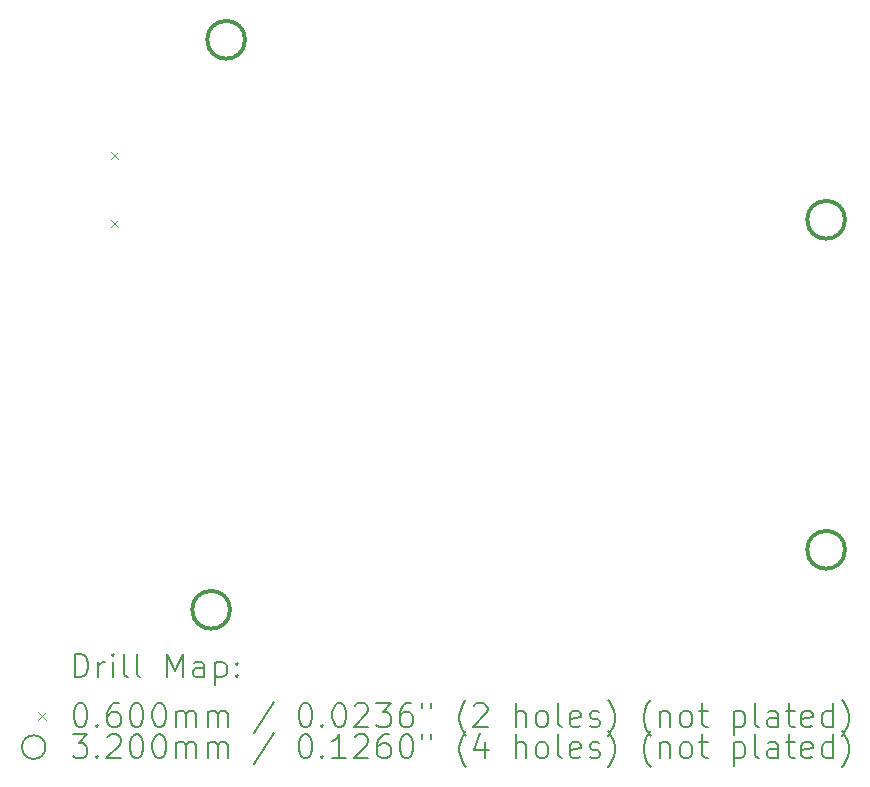
<source format=gbr>
%TF.GenerationSoftware,KiCad,Pcbnew,7.0.1*%
%TF.CreationDate,2023-08-18T21:24:32+01:00*%
%TF.ProjectId,101 PCB,31303120-5043-4422-9e6b-696361645f70,rev?*%
%TF.SameCoordinates,Original*%
%TF.FileFunction,Drillmap*%
%TF.FilePolarity,Positive*%
%FSLAX45Y45*%
G04 Gerber Fmt 4.5, Leading zero omitted, Abs format (unit mm)*
G04 Created by KiCad (PCBNEW 7.0.1) date 2023-08-18 21:24:32*
%MOMM*%
%LPD*%
G01*
G04 APERTURE LIST*
%ADD10C,0.200000*%
%ADD11C,0.060000*%
%ADD12C,0.320000*%
G04 APERTURE END LIST*
D10*
D11*
X11318000Y-7451000D02*
X11378000Y-7511000D01*
X11378000Y-7451000D02*
X11318000Y-7511000D01*
X11318000Y-8029000D02*
X11378000Y-8089000D01*
X11378000Y-8029000D02*
X11318000Y-8089000D01*
D12*
X12323000Y-11326000D02*
G75*
G03*
X12323000Y-11326000I-160000J0D01*
G01*
X12450000Y-6500000D02*
G75*
G03*
X12450000Y-6500000I-160000J0D01*
G01*
X17530000Y-8024000D02*
G75*
G03*
X17530000Y-8024000I-160000J0D01*
G01*
X17530000Y-10818000D02*
G75*
G03*
X17530000Y-10818000I-160000J0D01*
G01*
D10*
X11008619Y-11897524D02*
X11008619Y-11697524D01*
X11008619Y-11697524D02*
X11056238Y-11697524D01*
X11056238Y-11697524D02*
X11084810Y-11707048D01*
X11084810Y-11707048D02*
X11103857Y-11726095D01*
X11103857Y-11726095D02*
X11113381Y-11745143D01*
X11113381Y-11745143D02*
X11122905Y-11783238D01*
X11122905Y-11783238D02*
X11122905Y-11811809D01*
X11122905Y-11811809D02*
X11113381Y-11849905D01*
X11113381Y-11849905D02*
X11103857Y-11868952D01*
X11103857Y-11868952D02*
X11084810Y-11888000D01*
X11084810Y-11888000D02*
X11056238Y-11897524D01*
X11056238Y-11897524D02*
X11008619Y-11897524D01*
X11208619Y-11897524D02*
X11208619Y-11764190D01*
X11208619Y-11802286D02*
X11218143Y-11783238D01*
X11218143Y-11783238D02*
X11227667Y-11773714D01*
X11227667Y-11773714D02*
X11246714Y-11764190D01*
X11246714Y-11764190D02*
X11265762Y-11764190D01*
X11332428Y-11897524D02*
X11332428Y-11764190D01*
X11332428Y-11697524D02*
X11322905Y-11707048D01*
X11322905Y-11707048D02*
X11332428Y-11716571D01*
X11332428Y-11716571D02*
X11341952Y-11707048D01*
X11341952Y-11707048D02*
X11332428Y-11697524D01*
X11332428Y-11697524D02*
X11332428Y-11716571D01*
X11456238Y-11897524D02*
X11437190Y-11888000D01*
X11437190Y-11888000D02*
X11427667Y-11868952D01*
X11427667Y-11868952D02*
X11427667Y-11697524D01*
X11561000Y-11897524D02*
X11541952Y-11888000D01*
X11541952Y-11888000D02*
X11532428Y-11868952D01*
X11532428Y-11868952D02*
X11532428Y-11697524D01*
X11789571Y-11897524D02*
X11789571Y-11697524D01*
X11789571Y-11697524D02*
X11856238Y-11840381D01*
X11856238Y-11840381D02*
X11922905Y-11697524D01*
X11922905Y-11697524D02*
X11922905Y-11897524D01*
X12103857Y-11897524D02*
X12103857Y-11792762D01*
X12103857Y-11792762D02*
X12094333Y-11773714D01*
X12094333Y-11773714D02*
X12075286Y-11764190D01*
X12075286Y-11764190D02*
X12037190Y-11764190D01*
X12037190Y-11764190D02*
X12018143Y-11773714D01*
X12103857Y-11888000D02*
X12084809Y-11897524D01*
X12084809Y-11897524D02*
X12037190Y-11897524D01*
X12037190Y-11897524D02*
X12018143Y-11888000D01*
X12018143Y-11888000D02*
X12008619Y-11868952D01*
X12008619Y-11868952D02*
X12008619Y-11849905D01*
X12008619Y-11849905D02*
X12018143Y-11830857D01*
X12018143Y-11830857D02*
X12037190Y-11821333D01*
X12037190Y-11821333D02*
X12084809Y-11821333D01*
X12084809Y-11821333D02*
X12103857Y-11811809D01*
X12199095Y-11764190D02*
X12199095Y-11964190D01*
X12199095Y-11773714D02*
X12218143Y-11764190D01*
X12218143Y-11764190D02*
X12256238Y-11764190D01*
X12256238Y-11764190D02*
X12275286Y-11773714D01*
X12275286Y-11773714D02*
X12284809Y-11783238D01*
X12284809Y-11783238D02*
X12294333Y-11802286D01*
X12294333Y-11802286D02*
X12294333Y-11859428D01*
X12294333Y-11859428D02*
X12284809Y-11878476D01*
X12284809Y-11878476D02*
X12275286Y-11888000D01*
X12275286Y-11888000D02*
X12256238Y-11897524D01*
X12256238Y-11897524D02*
X12218143Y-11897524D01*
X12218143Y-11897524D02*
X12199095Y-11888000D01*
X12380048Y-11878476D02*
X12389571Y-11888000D01*
X12389571Y-11888000D02*
X12380048Y-11897524D01*
X12380048Y-11897524D02*
X12370524Y-11888000D01*
X12370524Y-11888000D02*
X12380048Y-11878476D01*
X12380048Y-11878476D02*
X12380048Y-11897524D01*
X12380048Y-11773714D02*
X12389571Y-11783238D01*
X12389571Y-11783238D02*
X12380048Y-11792762D01*
X12380048Y-11792762D02*
X12370524Y-11783238D01*
X12370524Y-11783238D02*
X12380048Y-11773714D01*
X12380048Y-11773714D02*
X12380048Y-11792762D01*
D11*
X10701000Y-12195000D02*
X10761000Y-12255000D01*
X10761000Y-12195000D02*
X10701000Y-12255000D01*
D10*
X11046714Y-12117524D02*
X11065762Y-12117524D01*
X11065762Y-12117524D02*
X11084810Y-12127048D01*
X11084810Y-12127048D02*
X11094333Y-12136571D01*
X11094333Y-12136571D02*
X11103857Y-12155619D01*
X11103857Y-12155619D02*
X11113381Y-12193714D01*
X11113381Y-12193714D02*
X11113381Y-12241333D01*
X11113381Y-12241333D02*
X11103857Y-12279428D01*
X11103857Y-12279428D02*
X11094333Y-12298476D01*
X11094333Y-12298476D02*
X11084810Y-12308000D01*
X11084810Y-12308000D02*
X11065762Y-12317524D01*
X11065762Y-12317524D02*
X11046714Y-12317524D01*
X11046714Y-12317524D02*
X11027667Y-12308000D01*
X11027667Y-12308000D02*
X11018143Y-12298476D01*
X11018143Y-12298476D02*
X11008619Y-12279428D01*
X11008619Y-12279428D02*
X10999095Y-12241333D01*
X10999095Y-12241333D02*
X10999095Y-12193714D01*
X10999095Y-12193714D02*
X11008619Y-12155619D01*
X11008619Y-12155619D02*
X11018143Y-12136571D01*
X11018143Y-12136571D02*
X11027667Y-12127048D01*
X11027667Y-12127048D02*
X11046714Y-12117524D01*
X11199095Y-12298476D02*
X11208619Y-12308000D01*
X11208619Y-12308000D02*
X11199095Y-12317524D01*
X11199095Y-12317524D02*
X11189571Y-12308000D01*
X11189571Y-12308000D02*
X11199095Y-12298476D01*
X11199095Y-12298476D02*
X11199095Y-12317524D01*
X11380048Y-12117524D02*
X11341952Y-12117524D01*
X11341952Y-12117524D02*
X11322905Y-12127048D01*
X11322905Y-12127048D02*
X11313381Y-12136571D01*
X11313381Y-12136571D02*
X11294333Y-12165143D01*
X11294333Y-12165143D02*
X11284809Y-12203238D01*
X11284809Y-12203238D02*
X11284809Y-12279428D01*
X11284809Y-12279428D02*
X11294333Y-12298476D01*
X11294333Y-12298476D02*
X11303857Y-12308000D01*
X11303857Y-12308000D02*
X11322905Y-12317524D01*
X11322905Y-12317524D02*
X11361000Y-12317524D01*
X11361000Y-12317524D02*
X11380048Y-12308000D01*
X11380048Y-12308000D02*
X11389571Y-12298476D01*
X11389571Y-12298476D02*
X11399095Y-12279428D01*
X11399095Y-12279428D02*
X11399095Y-12231809D01*
X11399095Y-12231809D02*
X11389571Y-12212762D01*
X11389571Y-12212762D02*
X11380048Y-12203238D01*
X11380048Y-12203238D02*
X11361000Y-12193714D01*
X11361000Y-12193714D02*
X11322905Y-12193714D01*
X11322905Y-12193714D02*
X11303857Y-12203238D01*
X11303857Y-12203238D02*
X11294333Y-12212762D01*
X11294333Y-12212762D02*
X11284809Y-12231809D01*
X11522905Y-12117524D02*
X11541952Y-12117524D01*
X11541952Y-12117524D02*
X11561000Y-12127048D01*
X11561000Y-12127048D02*
X11570524Y-12136571D01*
X11570524Y-12136571D02*
X11580048Y-12155619D01*
X11580048Y-12155619D02*
X11589571Y-12193714D01*
X11589571Y-12193714D02*
X11589571Y-12241333D01*
X11589571Y-12241333D02*
X11580048Y-12279428D01*
X11580048Y-12279428D02*
X11570524Y-12298476D01*
X11570524Y-12298476D02*
X11561000Y-12308000D01*
X11561000Y-12308000D02*
X11541952Y-12317524D01*
X11541952Y-12317524D02*
X11522905Y-12317524D01*
X11522905Y-12317524D02*
X11503857Y-12308000D01*
X11503857Y-12308000D02*
X11494333Y-12298476D01*
X11494333Y-12298476D02*
X11484809Y-12279428D01*
X11484809Y-12279428D02*
X11475286Y-12241333D01*
X11475286Y-12241333D02*
X11475286Y-12193714D01*
X11475286Y-12193714D02*
X11484809Y-12155619D01*
X11484809Y-12155619D02*
X11494333Y-12136571D01*
X11494333Y-12136571D02*
X11503857Y-12127048D01*
X11503857Y-12127048D02*
X11522905Y-12117524D01*
X11713381Y-12117524D02*
X11732429Y-12117524D01*
X11732429Y-12117524D02*
X11751476Y-12127048D01*
X11751476Y-12127048D02*
X11761000Y-12136571D01*
X11761000Y-12136571D02*
X11770524Y-12155619D01*
X11770524Y-12155619D02*
X11780048Y-12193714D01*
X11780048Y-12193714D02*
X11780048Y-12241333D01*
X11780048Y-12241333D02*
X11770524Y-12279428D01*
X11770524Y-12279428D02*
X11761000Y-12298476D01*
X11761000Y-12298476D02*
X11751476Y-12308000D01*
X11751476Y-12308000D02*
X11732429Y-12317524D01*
X11732429Y-12317524D02*
X11713381Y-12317524D01*
X11713381Y-12317524D02*
X11694333Y-12308000D01*
X11694333Y-12308000D02*
X11684809Y-12298476D01*
X11684809Y-12298476D02*
X11675286Y-12279428D01*
X11675286Y-12279428D02*
X11665762Y-12241333D01*
X11665762Y-12241333D02*
X11665762Y-12193714D01*
X11665762Y-12193714D02*
X11675286Y-12155619D01*
X11675286Y-12155619D02*
X11684809Y-12136571D01*
X11684809Y-12136571D02*
X11694333Y-12127048D01*
X11694333Y-12127048D02*
X11713381Y-12117524D01*
X11865762Y-12317524D02*
X11865762Y-12184190D01*
X11865762Y-12203238D02*
X11875286Y-12193714D01*
X11875286Y-12193714D02*
X11894333Y-12184190D01*
X11894333Y-12184190D02*
X11922905Y-12184190D01*
X11922905Y-12184190D02*
X11941952Y-12193714D01*
X11941952Y-12193714D02*
X11951476Y-12212762D01*
X11951476Y-12212762D02*
X11951476Y-12317524D01*
X11951476Y-12212762D02*
X11961000Y-12193714D01*
X11961000Y-12193714D02*
X11980048Y-12184190D01*
X11980048Y-12184190D02*
X12008619Y-12184190D01*
X12008619Y-12184190D02*
X12027667Y-12193714D01*
X12027667Y-12193714D02*
X12037190Y-12212762D01*
X12037190Y-12212762D02*
X12037190Y-12317524D01*
X12132429Y-12317524D02*
X12132429Y-12184190D01*
X12132429Y-12203238D02*
X12141952Y-12193714D01*
X12141952Y-12193714D02*
X12161000Y-12184190D01*
X12161000Y-12184190D02*
X12189571Y-12184190D01*
X12189571Y-12184190D02*
X12208619Y-12193714D01*
X12208619Y-12193714D02*
X12218143Y-12212762D01*
X12218143Y-12212762D02*
X12218143Y-12317524D01*
X12218143Y-12212762D02*
X12227667Y-12193714D01*
X12227667Y-12193714D02*
X12246714Y-12184190D01*
X12246714Y-12184190D02*
X12275286Y-12184190D01*
X12275286Y-12184190D02*
X12294333Y-12193714D01*
X12294333Y-12193714D02*
X12303857Y-12212762D01*
X12303857Y-12212762D02*
X12303857Y-12317524D01*
X12694333Y-12108000D02*
X12522905Y-12365143D01*
X12951476Y-12117524D02*
X12970524Y-12117524D01*
X12970524Y-12117524D02*
X12989572Y-12127048D01*
X12989572Y-12127048D02*
X12999095Y-12136571D01*
X12999095Y-12136571D02*
X13008619Y-12155619D01*
X13008619Y-12155619D02*
X13018143Y-12193714D01*
X13018143Y-12193714D02*
X13018143Y-12241333D01*
X13018143Y-12241333D02*
X13008619Y-12279428D01*
X13008619Y-12279428D02*
X12999095Y-12298476D01*
X12999095Y-12298476D02*
X12989572Y-12308000D01*
X12989572Y-12308000D02*
X12970524Y-12317524D01*
X12970524Y-12317524D02*
X12951476Y-12317524D01*
X12951476Y-12317524D02*
X12932429Y-12308000D01*
X12932429Y-12308000D02*
X12922905Y-12298476D01*
X12922905Y-12298476D02*
X12913381Y-12279428D01*
X12913381Y-12279428D02*
X12903857Y-12241333D01*
X12903857Y-12241333D02*
X12903857Y-12193714D01*
X12903857Y-12193714D02*
X12913381Y-12155619D01*
X12913381Y-12155619D02*
X12922905Y-12136571D01*
X12922905Y-12136571D02*
X12932429Y-12127048D01*
X12932429Y-12127048D02*
X12951476Y-12117524D01*
X13103857Y-12298476D02*
X13113381Y-12308000D01*
X13113381Y-12308000D02*
X13103857Y-12317524D01*
X13103857Y-12317524D02*
X13094333Y-12308000D01*
X13094333Y-12308000D02*
X13103857Y-12298476D01*
X13103857Y-12298476D02*
X13103857Y-12317524D01*
X13237191Y-12117524D02*
X13256238Y-12117524D01*
X13256238Y-12117524D02*
X13275286Y-12127048D01*
X13275286Y-12127048D02*
X13284810Y-12136571D01*
X13284810Y-12136571D02*
X13294333Y-12155619D01*
X13294333Y-12155619D02*
X13303857Y-12193714D01*
X13303857Y-12193714D02*
X13303857Y-12241333D01*
X13303857Y-12241333D02*
X13294333Y-12279428D01*
X13294333Y-12279428D02*
X13284810Y-12298476D01*
X13284810Y-12298476D02*
X13275286Y-12308000D01*
X13275286Y-12308000D02*
X13256238Y-12317524D01*
X13256238Y-12317524D02*
X13237191Y-12317524D01*
X13237191Y-12317524D02*
X13218143Y-12308000D01*
X13218143Y-12308000D02*
X13208619Y-12298476D01*
X13208619Y-12298476D02*
X13199095Y-12279428D01*
X13199095Y-12279428D02*
X13189572Y-12241333D01*
X13189572Y-12241333D02*
X13189572Y-12193714D01*
X13189572Y-12193714D02*
X13199095Y-12155619D01*
X13199095Y-12155619D02*
X13208619Y-12136571D01*
X13208619Y-12136571D02*
X13218143Y-12127048D01*
X13218143Y-12127048D02*
X13237191Y-12117524D01*
X13380048Y-12136571D02*
X13389572Y-12127048D01*
X13389572Y-12127048D02*
X13408619Y-12117524D01*
X13408619Y-12117524D02*
X13456238Y-12117524D01*
X13456238Y-12117524D02*
X13475286Y-12127048D01*
X13475286Y-12127048D02*
X13484810Y-12136571D01*
X13484810Y-12136571D02*
X13494333Y-12155619D01*
X13494333Y-12155619D02*
X13494333Y-12174667D01*
X13494333Y-12174667D02*
X13484810Y-12203238D01*
X13484810Y-12203238D02*
X13370524Y-12317524D01*
X13370524Y-12317524D02*
X13494333Y-12317524D01*
X13561000Y-12117524D02*
X13684810Y-12117524D01*
X13684810Y-12117524D02*
X13618143Y-12193714D01*
X13618143Y-12193714D02*
X13646714Y-12193714D01*
X13646714Y-12193714D02*
X13665762Y-12203238D01*
X13665762Y-12203238D02*
X13675286Y-12212762D01*
X13675286Y-12212762D02*
X13684810Y-12231809D01*
X13684810Y-12231809D02*
X13684810Y-12279428D01*
X13684810Y-12279428D02*
X13675286Y-12298476D01*
X13675286Y-12298476D02*
X13665762Y-12308000D01*
X13665762Y-12308000D02*
X13646714Y-12317524D01*
X13646714Y-12317524D02*
X13589572Y-12317524D01*
X13589572Y-12317524D02*
X13570524Y-12308000D01*
X13570524Y-12308000D02*
X13561000Y-12298476D01*
X13856238Y-12117524D02*
X13818143Y-12117524D01*
X13818143Y-12117524D02*
X13799095Y-12127048D01*
X13799095Y-12127048D02*
X13789572Y-12136571D01*
X13789572Y-12136571D02*
X13770524Y-12165143D01*
X13770524Y-12165143D02*
X13761000Y-12203238D01*
X13761000Y-12203238D02*
X13761000Y-12279428D01*
X13761000Y-12279428D02*
X13770524Y-12298476D01*
X13770524Y-12298476D02*
X13780048Y-12308000D01*
X13780048Y-12308000D02*
X13799095Y-12317524D01*
X13799095Y-12317524D02*
X13837191Y-12317524D01*
X13837191Y-12317524D02*
X13856238Y-12308000D01*
X13856238Y-12308000D02*
X13865762Y-12298476D01*
X13865762Y-12298476D02*
X13875286Y-12279428D01*
X13875286Y-12279428D02*
X13875286Y-12231809D01*
X13875286Y-12231809D02*
X13865762Y-12212762D01*
X13865762Y-12212762D02*
X13856238Y-12203238D01*
X13856238Y-12203238D02*
X13837191Y-12193714D01*
X13837191Y-12193714D02*
X13799095Y-12193714D01*
X13799095Y-12193714D02*
X13780048Y-12203238D01*
X13780048Y-12203238D02*
X13770524Y-12212762D01*
X13770524Y-12212762D02*
X13761000Y-12231809D01*
X13951476Y-12117524D02*
X13951476Y-12155619D01*
X14027667Y-12117524D02*
X14027667Y-12155619D01*
X14322905Y-12393714D02*
X14313381Y-12384190D01*
X14313381Y-12384190D02*
X14294334Y-12355619D01*
X14294334Y-12355619D02*
X14284810Y-12336571D01*
X14284810Y-12336571D02*
X14275286Y-12308000D01*
X14275286Y-12308000D02*
X14265762Y-12260381D01*
X14265762Y-12260381D02*
X14265762Y-12222286D01*
X14265762Y-12222286D02*
X14275286Y-12174667D01*
X14275286Y-12174667D02*
X14284810Y-12146095D01*
X14284810Y-12146095D02*
X14294334Y-12127048D01*
X14294334Y-12127048D02*
X14313381Y-12098476D01*
X14313381Y-12098476D02*
X14322905Y-12088952D01*
X14389572Y-12136571D02*
X14399095Y-12127048D01*
X14399095Y-12127048D02*
X14418143Y-12117524D01*
X14418143Y-12117524D02*
X14465762Y-12117524D01*
X14465762Y-12117524D02*
X14484810Y-12127048D01*
X14484810Y-12127048D02*
X14494334Y-12136571D01*
X14494334Y-12136571D02*
X14503857Y-12155619D01*
X14503857Y-12155619D02*
X14503857Y-12174667D01*
X14503857Y-12174667D02*
X14494334Y-12203238D01*
X14494334Y-12203238D02*
X14380048Y-12317524D01*
X14380048Y-12317524D02*
X14503857Y-12317524D01*
X14741953Y-12317524D02*
X14741953Y-12117524D01*
X14827667Y-12317524D02*
X14827667Y-12212762D01*
X14827667Y-12212762D02*
X14818143Y-12193714D01*
X14818143Y-12193714D02*
X14799096Y-12184190D01*
X14799096Y-12184190D02*
X14770524Y-12184190D01*
X14770524Y-12184190D02*
X14751476Y-12193714D01*
X14751476Y-12193714D02*
X14741953Y-12203238D01*
X14951476Y-12317524D02*
X14932429Y-12308000D01*
X14932429Y-12308000D02*
X14922905Y-12298476D01*
X14922905Y-12298476D02*
X14913381Y-12279428D01*
X14913381Y-12279428D02*
X14913381Y-12222286D01*
X14913381Y-12222286D02*
X14922905Y-12203238D01*
X14922905Y-12203238D02*
X14932429Y-12193714D01*
X14932429Y-12193714D02*
X14951476Y-12184190D01*
X14951476Y-12184190D02*
X14980048Y-12184190D01*
X14980048Y-12184190D02*
X14999096Y-12193714D01*
X14999096Y-12193714D02*
X15008619Y-12203238D01*
X15008619Y-12203238D02*
X15018143Y-12222286D01*
X15018143Y-12222286D02*
X15018143Y-12279428D01*
X15018143Y-12279428D02*
X15008619Y-12298476D01*
X15008619Y-12298476D02*
X14999096Y-12308000D01*
X14999096Y-12308000D02*
X14980048Y-12317524D01*
X14980048Y-12317524D02*
X14951476Y-12317524D01*
X15132429Y-12317524D02*
X15113381Y-12308000D01*
X15113381Y-12308000D02*
X15103857Y-12288952D01*
X15103857Y-12288952D02*
X15103857Y-12117524D01*
X15284810Y-12308000D02*
X15265762Y-12317524D01*
X15265762Y-12317524D02*
X15227667Y-12317524D01*
X15227667Y-12317524D02*
X15208619Y-12308000D01*
X15208619Y-12308000D02*
X15199096Y-12288952D01*
X15199096Y-12288952D02*
X15199096Y-12212762D01*
X15199096Y-12212762D02*
X15208619Y-12193714D01*
X15208619Y-12193714D02*
X15227667Y-12184190D01*
X15227667Y-12184190D02*
X15265762Y-12184190D01*
X15265762Y-12184190D02*
X15284810Y-12193714D01*
X15284810Y-12193714D02*
X15294334Y-12212762D01*
X15294334Y-12212762D02*
X15294334Y-12231809D01*
X15294334Y-12231809D02*
X15199096Y-12250857D01*
X15370524Y-12308000D02*
X15389572Y-12317524D01*
X15389572Y-12317524D02*
X15427667Y-12317524D01*
X15427667Y-12317524D02*
X15446715Y-12308000D01*
X15446715Y-12308000D02*
X15456238Y-12288952D01*
X15456238Y-12288952D02*
X15456238Y-12279428D01*
X15456238Y-12279428D02*
X15446715Y-12260381D01*
X15446715Y-12260381D02*
X15427667Y-12250857D01*
X15427667Y-12250857D02*
X15399096Y-12250857D01*
X15399096Y-12250857D02*
X15380048Y-12241333D01*
X15380048Y-12241333D02*
X15370524Y-12222286D01*
X15370524Y-12222286D02*
X15370524Y-12212762D01*
X15370524Y-12212762D02*
X15380048Y-12193714D01*
X15380048Y-12193714D02*
X15399096Y-12184190D01*
X15399096Y-12184190D02*
X15427667Y-12184190D01*
X15427667Y-12184190D02*
X15446715Y-12193714D01*
X15522905Y-12393714D02*
X15532429Y-12384190D01*
X15532429Y-12384190D02*
X15551477Y-12355619D01*
X15551477Y-12355619D02*
X15561000Y-12336571D01*
X15561000Y-12336571D02*
X15570524Y-12308000D01*
X15570524Y-12308000D02*
X15580048Y-12260381D01*
X15580048Y-12260381D02*
X15580048Y-12222286D01*
X15580048Y-12222286D02*
X15570524Y-12174667D01*
X15570524Y-12174667D02*
X15561000Y-12146095D01*
X15561000Y-12146095D02*
X15551477Y-12127048D01*
X15551477Y-12127048D02*
X15532429Y-12098476D01*
X15532429Y-12098476D02*
X15522905Y-12088952D01*
X15884810Y-12393714D02*
X15875286Y-12384190D01*
X15875286Y-12384190D02*
X15856238Y-12355619D01*
X15856238Y-12355619D02*
X15846715Y-12336571D01*
X15846715Y-12336571D02*
X15837191Y-12308000D01*
X15837191Y-12308000D02*
X15827667Y-12260381D01*
X15827667Y-12260381D02*
X15827667Y-12222286D01*
X15827667Y-12222286D02*
X15837191Y-12174667D01*
X15837191Y-12174667D02*
X15846715Y-12146095D01*
X15846715Y-12146095D02*
X15856238Y-12127048D01*
X15856238Y-12127048D02*
X15875286Y-12098476D01*
X15875286Y-12098476D02*
X15884810Y-12088952D01*
X15961000Y-12184190D02*
X15961000Y-12317524D01*
X15961000Y-12203238D02*
X15970524Y-12193714D01*
X15970524Y-12193714D02*
X15989572Y-12184190D01*
X15989572Y-12184190D02*
X16018143Y-12184190D01*
X16018143Y-12184190D02*
X16037191Y-12193714D01*
X16037191Y-12193714D02*
X16046715Y-12212762D01*
X16046715Y-12212762D02*
X16046715Y-12317524D01*
X16170524Y-12317524D02*
X16151477Y-12308000D01*
X16151477Y-12308000D02*
X16141953Y-12298476D01*
X16141953Y-12298476D02*
X16132429Y-12279428D01*
X16132429Y-12279428D02*
X16132429Y-12222286D01*
X16132429Y-12222286D02*
X16141953Y-12203238D01*
X16141953Y-12203238D02*
X16151477Y-12193714D01*
X16151477Y-12193714D02*
X16170524Y-12184190D01*
X16170524Y-12184190D02*
X16199096Y-12184190D01*
X16199096Y-12184190D02*
X16218143Y-12193714D01*
X16218143Y-12193714D02*
X16227667Y-12203238D01*
X16227667Y-12203238D02*
X16237191Y-12222286D01*
X16237191Y-12222286D02*
X16237191Y-12279428D01*
X16237191Y-12279428D02*
X16227667Y-12298476D01*
X16227667Y-12298476D02*
X16218143Y-12308000D01*
X16218143Y-12308000D02*
X16199096Y-12317524D01*
X16199096Y-12317524D02*
X16170524Y-12317524D01*
X16294334Y-12184190D02*
X16370524Y-12184190D01*
X16322905Y-12117524D02*
X16322905Y-12288952D01*
X16322905Y-12288952D02*
X16332429Y-12308000D01*
X16332429Y-12308000D02*
X16351477Y-12317524D01*
X16351477Y-12317524D02*
X16370524Y-12317524D01*
X16589572Y-12184190D02*
X16589572Y-12384190D01*
X16589572Y-12193714D02*
X16608619Y-12184190D01*
X16608619Y-12184190D02*
X16646715Y-12184190D01*
X16646715Y-12184190D02*
X16665762Y-12193714D01*
X16665762Y-12193714D02*
X16675286Y-12203238D01*
X16675286Y-12203238D02*
X16684810Y-12222286D01*
X16684810Y-12222286D02*
X16684810Y-12279428D01*
X16684810Y-12279428D02*
X16675286Y-12298476D01*
X16675286Y-12298476D02*
X16665762Y-12308000D01*
X16665762Y-12308000D02*
X16646715Y-12317524D01*
X16646715Y-12317524D02*
X16608619Y-12317524D01*
X16608619Y-12317524D02*
X16589572Y-12308000D01*
X16799096Y-12317524D02*
X16780048Y-12308000D01*
X16780048Y-12308000D02*
X16770524Y-12288952D01*
X16770524Y-12288952D02*
X16770524Y-12117524D01*
X16961001Y-12317524D02*
X16961001Y-12212762D01*
X16961001Y-12212762D02*
X16951477Y-12193714D01*
X16951477Y-12193714D02*
X16932429Y-12184190D01*
X16932429Y-12184190D02*
X16894334Y-12184190D01*
X16894334Y-12184190D02*
X16875286Y-12193714D01*
X16961001Y-12308000D02*
X16941953Y-12317524D01*
X16941953Y-12317524D02*
X16894334Y-12317524D01*
X16894334Y-12317524D02*
X16875286Y-12308000D01*
X16875286Y-12308000D02*
X16865762Y-12288952D01*
X16865762Y-12288952D02*
X16865762Y-12269905D01*
X16865762Y-12269905D02*
X16875286Y-12250857D01*
X16875286Y-12250857D02*
X16894334Y-12241333D01*
X16894334Y-12241333D02*
X16941953Y-12241333D01*
X16941953Y-12241333D02*
X16961001Y-12231809D01*
X17027667Y-12184190D02*
X17103858Y-12184190D01*
X17056239Y-12117524D02*
X17056239Y-12288952D01*
X17056239Y-12288952D02*
X17065762Y-12308000D01*
X17065762Y-12308000D02*
X17084810Y-12317524D01*
X17084810Y-12317524D02*
X17103858Y-12317524D01*
X17246715Y-12308000D02*
X17227667Y-12317524D01*
X17227667Y-12317524D02*
X17189572Y-12317524D01*
X17189572Y-12317524D02*
X17170524Y-12308000D01*
X17170524Y-12308000D02*
X17161001Y-12288952D01*
X17161001Y-12288952D02*
X17161001Y-12212762D01*
X17161001Y-12212762D02*
X17170524Y-12193714D01*
X17170524Y-12193714D02*
X17189572Y-12184190D01*
X17189572Y-12184190D02*
X17227667Y-12184190D01*
X17227667Y-12184190D02*
X17246715Y-12193714D01*
X17246715Y-12193714D02*
X17256239Y-12212762D01*
X17256239Y-12212762D02*
X17256239Y-12231809D01*
X17256239Y-12231809D02*
X17161001Y-12250857D01*
X17427667Y-12317524D02*
X17427667Y-12117524D01*
X17427667Y-12308000D02*
X17408620Y-12317524D01*
X17408620Y-12317524D02*
X17370524Y-12317524D01*
X17370524Y-12317524D02*
X17351477Y-12308000D01*
X17351477Y-12308000D02*
X17341953Y-12298476D01*
X17341953Y-12298476D02*
X17332429Y-12279428D01*
X17332429Y-12279428D02*
X17332429Y-12222286D01*
X17332429Y-12222286D02*
X17341953Y-12203238D01*
X17341953Y-12203238D02*
X17351477Y-12193714D01*
X17351477Y-12193714D02*
X17370524Y-12184190D01*
X17370524Y-12184190D02*
X17408620Y-12184190D01*
X17408620Y-12184190D02*
X17427667Y-12193714D01*
X17503858Y-12393714D02*
X17513382Y-12384190D01*
X17513382Y-12384190D02*
X17532429Y-12355619D01*
X17532429Y-12355619D02*
X17541953Y-12336571D01*
X17541953Y-12336571D02*
X17551477Y-12308000D01*
X17551477Y-12308000D02*
X17561001Y-12260381D01*
X17561001Y-12260381D02*
X17561001Y-12222286D01*
X17561001Y-12222286D02*
X17551477Y-12174667D01*
X17551477Y-12174667D02*
X17541953Y-12146095D01*
X17541953Y-12146095D02*
X17532429Y-12127048D01*
X17532429Y-12127048D02*
X17513382Y-12098476D01*
X17513382Y-12098476D02*
X17503858Y-12088952D01*
X10761000Y-12489000D02*
G75*
G03*
X10761000Y-12489000I-100000J0D01*
G01*
X10989571Y-12381524D02*
X11113381Y-12381524D01*
X11113381Y-12381524D02*
X11046714Y-12457714D01*
X11046714Y-12457714D02*
X11075286Y-12457714D01*
X11075286Y-12457714D02*
X11094333Y-12467238D01*
X11094333Y-12467238D02*
X11103857Y-12476762D01*
X11103857Y-12476762D02*
X11113381Y-12495809D01*
X11113381Y-12495809D02*
X11113381Y-12543428D01*
X11113381Y-12543428D02*
X11103857Y-12562476D01*
X11103857Y-12562476D02*
X11094333Y-12572000D01*
X11094333Y-12572000D02*
X11075286Y-12581524D01*
X11075286Y-12581524D02*
X11018143Y-12581524D01*
X11018143Y-12581524D02*
X10999095Y-12572000D01*
X10999095Y-12572000D02*
X10989571Y-12562476D01*
X11199095Y-12562476D02*
X11208619Y-12572000D01*
X11208619Y-12572000D02*
X11199095Y-12581524D01*
X11199095Y-12581524D02*
X11189571Y-12572000D01*
X11189571Y-12572000D02*
X11199095Y-12562476D01*
X11199095Y-12562476D02*
X11199095Y-12581524D01*
X11284809Y-12400571D02*
X11294333Y-12391048D01*
X11294333Y-12391048D02*
X11313381Y-12381524D01*
X11313381Y-12381524D02*
X11361000Y-12381524D01*
X11361000Y-12381524D02*
X11380048Y-12391048D01*
X11380048Y-12391048D02*
X11389571Y-12400571D01*
X11389571Y-12400571D02*
X11399095Y-12419619D01*
X11399095Y-12419619D02*
X11399095Y-12438667D01*
X11399095Y-12438667D02*
X11389571Y-12467238D01*
X11389571Y-12467238D02*
X11275286Y-12581524D01*
X11275286Y-12581524D02*
X11399095Y-12581524D01*
X11522905Y-12381524D02*
X11541952Y-12381524D01*
X11541952Y-12381524D02*
X11561000Y-12391048D01*
X11561000Y-12391048D02*
X11570524Y-12400571D01*
X11570524Y-12400571D02*
X11580048Y-12419619D01*
X11580048Y-12419619D02*
X11589571Y-12457714D01*
X11589571Y-12457714D02*
X11589571Y-12505333D01*
X11589571Y-12505333D02*
X11580048Y-12543428D01*
X11580048Y-12543428D02*
X11570524Y-12562476D01*
X11570524Y-12562476D02*
X11561000Y-12572000D01*
X11561000Y-12572000D02*
X11541952Y-12581524D01*
X11541952Y-12581524D02*
X11522905Y-12581524D01*
X11522905Y-12581524D02*
X11503857Y-12572000D01*
X11503857Y-12572000D02*
X11494333Y-12562476D01*
X11494333Y-12562476D02*
X11484809Y-12543428D01*
X11484809Y-12543428D02*
X11475286Y-12505333D01*
X11475286Y-12505333D02*
X11475286Y-12457714D01*
X11475286Y-12457714D02*
X11484809Y-12419619D01*
X11484809Y-12419619D02*
X11494333Y-12400571D01*
X11494333Y-12400571D02*
X11503857Y-12391048D01*
X11503857Y-12391048D02*
X11522905Y-12381524D01*
X11713381Y-12381524D02*
X11732429Y-12381524D01*
X11732429Y-12381524D02*
X11751476Y-12391048D01*
X11751476Y-12391048D02*
X11761000Y-12400571D01*
X11761000Y-12400571D02*
X11770524Y-12419619D01*
X11770524Y-12419619D02*
X11780048Y-12457714D01*
X11780048Y-12457714D02*
X11780048Y-12505333D01*
X11780048Y-12505333D02*
X11770524Y-12543428D01*
X11770524Y-12543428D02*
X11761000Y-12562476D01*
X11761000Y-12562476D02*
X11751476Y-12572000D01*
X11751476Y-12572000D02*
X11732429Y-12581524D01*
X11732429Y-12581524D02*
X11713381Y-12581524D01*
X11713381Y-12581524D02*
X11694333Y-12572000D01*
X11694333Y-12572000D02*
X11684809Y-12562476D01*
X11684809Y-12562476D02*
X11675286Y-12543428D01*
X11675286Y-12543428D02*
X11665762Y-12505333D01*
X11665762Y-12505333D02*
X11665762Y-12457714D01*
X11665762Y-12457714D02*
X11675286Y-12419619D01*
X11675286Y-12419619D02*
X11684809Y-12400571D01*
X11684809Y-12400571D02*
X11694333Y-12391048D01*
X11694333Y-12391048D02*
X11713381Y-12381524D01*
X11865762Y-12581524D02*
X11865762Y-12448190D01*
X11865762Y-12467238D02*
X11875286Y-12457714D01*
X11875286Y-12457714D02*
X11894333Y-12448190D01*
X11894333Y-12448190D02*
X11922905Y-12448190D01*
X11922905Y-12448190D02*
X11941952Y-12457714D01*
X11941952Y-12457714D02*
X11951476Y-12476762D01*
X11951476Y-12476762D02*
X11951476Y-12581524D01*
X11951476Y-12476762D02*
X11961000Y-12457714D01*
X11961000Y-12457714D02*
X11980048Y-12448190D01*
X11980048Y-12448190D02*
X12008619Y-12448190D01*
X12008619Y-12448190D02*
X12027667Y-12457714D01*
X12027667Y-12457714D02*
X12037190Y-12476762D01*
X12037190Y-12476762D02*
X12037190Y-12581524D01*
X12132429Y-12581524D02*
X12132429Y-12448190D01*
X12132429Y-12467238D02*
X12141952Y-12457714D01*
X12141952Y-12457714D02*
X12161000Y-12448190D01*
X12161000Y-12448190D02*
X12189571Y-12448190D01*
X12189571Y-12448190D02*
X12208619Y-12457714D01*
X12208619Y-12457714D02*
X12218143Y-12476762D01*
X12218143Y-12476762D02*
X12218143Y-12581524D01*
X12218143Y-12476762D02*
X12227667Y-12457714D01*
X12227667Y-12457714D02*
X12246714Y-12448190D01*
X12246714Y-12448190D02*
X12275286Y-12448190D01*
X12275286Y-12448190D02*
X12294333Y-12457714D01*
X12294333Y-12457714D02*
X12303857Y-12476762D01*
X12303857Y-12476762D02*
X12303857Y-12581524D01*
X12694333Y-12372000D02*
X12522905Y-12629143D01*
X12951476Y-12381524D02*
X12970524Y-12381524D01*
X12970524Y-12381524D02*
X12989572Y-12391048D01*
X12989572Y-12391048D02*
X12999095Y-12400571D01*
X12999095Y-12400571D02*
X13008619Y-12419619D01*
X13008619Y-12419619D02*
X13018143Y-12457714D01*
X13018143Y-12457714D02*
X13018143Y-12505333D01*
X13018143Y-12505333D02*
X13008619Y-12543428D01*
X13008619Y-12543428D02*
X12999095Y-12562476D01*
X12999095Y-12562476D02*
X12989572Y-12572000D01*
X12989572Y-12572000D02*
X12970524Y-12581524D01*
X12970524Y-12581524D02*
X12951476Y-12581524D01*
X12951476Y-12581524D02*
X12932429Y-12572000D01*
X12932429Y-12572000D02*
X12922905Y-12562476D01*
X12922905Y-12562476D02*
X12913381Y-12543428D01*
X12913381Y-12543428D02*
X12903857Y-12505333D01*
X12903857Y-12505333D02*
X12903857Y-12457714D01*
X12903857Y-12457714D02*
X12913381Y-12419619D01*
X12913381Y-12419619D02*
X12922905Y-12400571D01*
X12922905Y-12400571D02*
X12932429Y-12391048D01*
X12932429Y-12391048D02*
X12951476Y-12381524D01*
X13103857Y-12562476D02*
X13113381Y-12572000D01*
X13113381Y-12572000D02*
X13103857Y-12581524D01*
X13103857Y-12581524D02*
X13094333Y-12572000D01*
X13094333Y-12572000D02*
X13103857Y-12562476D01*
X13103857Y-12562476D02*
X13103857Y-12581524D01*
X13303857Y-12581524D02*
X13189572Y-12581524D01*
X13246714Y-12581524D02*
X13246714Y-12381524D01*
X13246714Y-12381524D02*
X13227667Y-12410095D01*
X13227667Y-12410095D02*
X13208619Y-12429143D01*
X13208619Y-12429143D02*
X13189572Y-12438667D01*
X13380048Y-12400571D02*
X13389572Y-12391048D01*
X13389572Y-12391048D02*
X13408619Y-12381524D01*
X13408619Y-12381524D02*
X13456238Y-12381524D01*
X13456238Y-12381524D02*
X13475286Y-12391048D01*
X13475286Y-12391048D02*
X13484810Y-12400571D01*
X13484810Y-12400571D02*
X13494333Y-12419619D01*
X13494333Y-12419619D02*
X13494333Y-12438667D01*
X13494333Y-12438667D02*
X13484810Y-12467238D01*
X13484810Y-12467238D02*
X13370524Y-12581524D01*
X13370524Y-12581524D02*
X13494333Y-12581524D01*
X13665762Y-12381524D02*
X13627667Y-12381524D01*
X13627667Y-12381524D02*
X13608619Y-12391048D01*
X13608619Y-12391048D02*
X13599095Y-12400571D01*
X13599095Y-12400571D02*
X13580048Y-12429143D01*
X13580048Y-12429143D02*
X13570524Y-12467238D01*
X13570524Y-12467238D02*
X13570524Y-12543428D01*
X13570524Y-12543428D02*
X13580048Y-12562476D01*
X13580048Y-12562476D02*
X13589572Y-12572000D01*
X13589572Y-12572000D02*
X13608619Y-12581524D01*
X13608619Y-12581524D02*
X13646714Y-12581524D01*
X13646714Y-12581524D02*
X13665762Y-12572000D01*
X13665762Y-12572000D02*
X13675286Y-12562476D01*
X13675286Y-12562476D02*
X13684810Y-12543428D01*
X13684810Y-12543428D02*
X13684810Y-12495809D01*
X13684810Y-12495809D02*
X13675286Y-12476762D01*
X13675286Y-12476762D02*
X13665762Y-12467238D01*
X13665762Y-12467238D02*
X13646714Y-12457714D01*
X13646714Y-12457714D02*
X13608619Y-12457714D01*
X13608619Y-12457714D02*
X13589572Y-12467238D01*
X13589572Y-12467238D02*
X13580048Y-12476762D01*
X13580048Y-12476762D02*
X13570524Y-12495809D01*
X13808619Y-12381524D02*
X13827667Y-12381524D01*
X13827667Y-12381524D02*
X13846714Y-12391048D01*
X13846714Y-12391048D02*
X13856238Y-12400571D01*
X13856238Y-12400571D02*
X13865762Y-12419619D01*
X13865762Y-12419619D02*
X13875286Y-12457714D01*
X13875286Y-12457714D02*
X13875286Y-12505333D01*
X13875286Y-12505333D02*
X13865762Y-12543428D01*
X13865762Y-12543428D02*
X13856238Y-12562476D01*
X13856238Y-12562476D02*
X13846714Y-12572000D01*
X13846714Y-12572000D02*
X13827667Y-12581524D01*
X13827667Y-12581524D02*
X13808619Y-12581524D01*
X13808619Y-12581524D02*
X13789572Y-12572000D01*
X13789572Y-12572000D02*
X13780048Y-12562476D01*
X13780048Y-12562476D02*
X13770524Y-12543428D01*
X13770524Y-12543428D02*
X13761000Y-12505333D01*
X13761000Y-12505333D02*
X13761000Y-12457714D01*
X13761000Y-12457714D02*
X13770524Y-12419619D01*
X13770524Y-12419619D02*
X13780048Y-12400571D01*
X13780048Y-12400571D02*
X13789572Y-12391048D01*
X13789572Y-12391048D02*
X13808619Y-12381524D01*
X13951476Y-12381524D02*
X13951476Y-12419619D01*
X14027667Y-12381524D02*
X14027667Y-12419619D01*
X14322905Y-12657714D02*
X14313381Y-12648190D01*
X14313381Y-12648190D02*
X14294334Y-12619619D01*
X14294334Y-12619619D02*
X14284810Y-12600571D01*
X14284810Y-12600571D02*
X14275286Y-12572000D01*
X14275286Y-12572000D02*
X14265762Y-12524381D01*
X14265762Y-12524381D02*
X14265762Y-12486286D01*
X14265762Y-12486286D02*
X14275286Y-12438667D01*
X14275286Y-12438667D02*
X14284810Y-12410095D01*
X14284810Y-12410095D02*
X14294334Y-12391048D01*
X14294334Y-12391048D02*
X14313381Y-12362476D01*
X14313381Y-12362476D02*
X14322905Y-12352952D01*
X14484810Y-12448190D02*
X14484810Y-12581524D01*
X14437191Y-12372000D02*
X14389572Y-12514857D01*
X14389572Y-12514857D02*
X14513381Y-12514857D01*
X14741953Y-12581524D02*
X14741953Y-12381524D01*
X14827667Y-12581524D02*
X14827667Y-12476762D01*
X14827667Y-12476762D02*
X14818143Y-12457714D01*
X14818143Y-12457714D02*
X14799096Y-12448190D01*
X14799096Y-12448190D02*
X14770524Y-12448190D01*
X14770524Y-12448190D02*
X14751476Y-12457714D01*
X14751476Y-12457714D02*
X14741953Y-12467238D01*
X14951476Y-12581524D02*
X14932429Y-12572000D01*
X14932429Y-12572000D02*
X14922905Y-12562476D01*
X14922905Y-12562476D02*
X14913381Y-12543428D01*
X14913381Y-12543428D02*
X14913381Y-12486286D01*
X14913381Y-12486286D02*
X14922905Y-12467238D01*
X14922905Y-12467238D02*
X14932429Y-12457714D01*
X14932429Y-12457714D02*
X14951476Y-12448190D01*
X14951476Y-12448190D02*
X14980048Y-12448190D01*
X14980048Y-12448190D02*
X14999096Y-12457714D01*
X14999096Y-12457714D02*
X15008619Y-12467238D01*
X15008619Y-12467238D02*
X15018143Y-12486286D01*
X15018143Y-12486286D02*
X15018143Y-12543428D01*
X15018143Y-12543428D02*
X15008619Y-12562476D01*
X15008619Y-12562476D02*
X14999096Y-12572000D01*
X14999096Y-12572000D02*
X14980048Y-12581524D01*
X14980048Y-12581524D02*
X14951476Y-12581524D01*
X15132429Y-12581524D02*
X15113381Y-12572000D01*
X15113381Y-12572000D02*
X15103857Y-12552952D01*
X15103857Y-12552952D02*
X15103857Y-12381524D01*
X15284810Y-12572000D02*
X15265762Y-12581524D01*
X15265762Y-12581524D02*
X15227667Y-12581524D01*
X15227667Y-12581524D02*
X15208619Y-12572000D01*
X15208619Y-12572000D02*
X15199096Y-12552952D01*
X15199096Y-12552952D02*
X15199096Y-12476762D01*
X15199096Y-12476762D02*
X15208619Y-12457714D01*
X15208619Y-12457714D02*
X15227667Y-12448190D01*
X15227667Y-12448190D02*
X15265762Y-12448190D01*
X15265762Y-12448190D02*
X15284810Y-12457714D01*
X15284810Y-12457714D02*
X15294334Y-12476762D01*
X15294334Y-12476762D02*
X15294334Y-12495809D01*
X15294334Y-12495809D02*
X15199096Y-12514857D01*
X15370524Y-12572000D02*
X15389572Y-12581524D01*
X15389572Y-12581524D02*
X15427667Y-12581524D01*
X15427667Y-12581524D02*
X15446715Y-12572000D01*
X15446715Y-12572000D02*
X15456238Y-12552952D01*
X15456238Y-12552952D02*
X15456238Y-12543428D01*
X15456238Y-12543428D02*
X15446715Y-12524381D01*
X15446715Y-12524381D02*
X15427667Y-12514857D01*
X15427667Y-12514857D02*
X15399096Y-12514857D01*
X15399096Y-12514857D02*
X15380048Y-12505333D01*
X15380048Y-12505333D02*
X15370524Y-12486286D01*
X15370524Y-12486286D02*
X15370524Y-12476762D01*
X15370524Y-12476762D02*
X15380048Y-12457714D01*
X15380048Y-12457714D02*
X15399096Y-12448190D01*
X15399096Y-12448190D02*
X15427667Y-12448190D01*
X15427667Y-12448190D02*
X15446715Y-12457714D01*
X15522905Y-12657714D02*
X15532429Y-12648190D01*
X15532429Y-12648190D02*
X15551477Y-12619619D01*
X15551477Y-12619619D02*
X15561000Y-12600571D01*
X15561000Y-12600571D02*
X15570524Y-12572000D01*
X15570524Y-12572000D02*
X15580048Y-12524381D01*
X15580048Y-12524381D02*
X15580048Y-12486286D01*
X15580048Y-12486286D02*
X15570524Y-12438667D01*
X15570524Y-12438667D02*
X15561000Y-12410095D01*
X15561000Y-12410095D02*
X15551477Y-12391048D01*
X15551477Y-12391048D02*
X15532429Y-12362476D01*
X15532429Y-12362476D02*
X15522905Y-12352952D01*
X15884810Y-12657714D02*
X15875286Y-12648190D01*
X15875286Y-12648190D02*
X15856238Y-12619619D01*
X15856238Y-12619619D02*
X15846715Y-12600571D01*
X15846715Y-12600571D02*
X15837191Y-12572000D01*
X15837191Y-12572000D02*
X15827667Y-12524381D01*
X15827667Y-12524381D02*
X15827667Y-12486286D01*
X15827667Y-12486286D02*
X15837191Y-12438667D01*
X15837191Y-12438667D02*
X15846715Y-12410095D01*
X15846715Y-12410095D02*
X15856238Y-12391048D01*
X15856238Y-12391048D02*
X15875286Y-12362476D01*
X15875286Y-12362476D02*
X15884810Y-12352952D01*
X15961000Y-12448190D02*
X15961000Y-12581524D01*
X15961000Y-12467238D02*
X15970524Y-12457714D01*
X15970524Y-12457714D02*
X15989572Y-12448190D01*
X15989572Y-12448190D02*
X16018143Y-12448190D01*
X16018143Y-12448190D02*
X16037191Y-12457714D01*
X16037191Y-12457714D02*
X16046715Y-12476762D01*
X16046715Y-12476762D02*
X16046715Y-12581524D01*
X16170524Y-12581524D02*
X16151477Y-12572000D01*
X16151477Y-12572000D02*
X16141953Y-12562476D01*
X16141953Y-12562476D02*
X16132429Y-12543428D01*
X16132429Y-12543428D02*
X16132429Y-12486286D01*
X16132429Y-12486286D02*
X16141953Y-12467238D01*
X16141953Y-12467238D02*
X16151477Y-12457714D01*
X16151477Y-12457714D02*
X16170524Y-12448190D01*
X16170524Y-12448190D02*
X16199096Y-12448190D01*
X16199096Y-12448190D02*
X16218143Y-12457714D01*
X16218143Y-12457714D02*
X16227667Y-12467238D01*
X16227667Y-12467238D02*
X16237191Y-12486286D01*
X16237191Y-12486286D02*
X16237191Y-12543428D01*
X16237191Y-12543428D02*
X16227667Y-12562476D01*
X16227667Y-12562476D02*
X16218143Y-12572000D01*
X16218143Y-12572000D02*
X16199096Y-12581524D01*
X16199096Y-12581524D02*
X16170524Y-12581524D01*
X16294334Y-12448190D02*
X16370524Y-12448190D01*
X16322905Y-12381524D02*
X16322905Y-12552952D01*
X16322905Y-12552952D02*
X16332429Y-12572000D01*
X16332429Y-12572000D02*
X16351477Y-12581524D01*
X16351477Y-12581524D02*
X16370524Y-12581524D01*
X16589572Y-12448190D02*
X16589572Y-12648190D01*
X16589572Y-12457714D02*
X16608619Y-12448190D01*
X16608619Y-12448190D02*
X16646715Y-12448190D01*
X16646715Y-12448190D02*
X16665762Y-12457714D01*
X16665762Y-12457714D02*
X16675286Y-12467238D01*
X16675286Y-12467238D02*
X16684810Y-12486286D01*
X16684810Y-12486286D02*
X16684810Y-12543428D01*
X16684810Y-12543428D02*
X16675286Y-12562476D01*
X16675286Y-12562476D02*
X16665762Y-12572000D01*
X16665762Y-12572000D02*
X16646715Y-12581524D01*
X16646715Y-12581524D02*
X16608619Y-12581524D01*
X16608619Y-12581524D02*
X16589572Y-12572000D01*
X16799096Y-12581524D02*
X16780048Y-12572000D01*
X16780048Y-12572000D02*
X16770524Y-12552952D01*
X16770524Y-12552952D02*
X16770524Y-12381524D01*
X16961001Y-12581524D02*
X16961001Y-12476762D01*
X16961001Y-12476762D02*
X16951477Y-12457714D01*
X16951477Y-12457714D02*
X16932429Y-12448190D01*
X16932429Y-12448190D02*
X16894334Y-12448190D01*
X16894334Y-12448190D02*
X16875286Y-12457714D01*
X16961001Y-12572000D02*
X16941953Y-12581524D01*
X16941953Y-12581524D02*
X16894334Y-12581524D01*
X16894334Y-12581524D02*
X16875286Y-12572000D01*
X16875286Y-12572000D02*
X16865762Y-12552952D01*
X16865762Y-12552952D02*
X16865762Y-12533905D01*
X16865762Y-12533905D02*
X16875286Y-12514857D01*
X16875286Y-12514857D02*
X16894334Y-12505333D01*
X16894334Y-12505333D02*
X16941953Y-12505333D01*
X16941953Y-12505333D02*
X16961001Y-12495809D01*
X17027667Y-12448190D02*
X17103858Y-12448190D01*
X17056239Y-12381524D02*
X17056239Y-12552952D01*
X17056239Y-12552952D02*
X17065762Y-12572000D01*
X17065762Y-12572000D02*
X17084810Y-12581524D01*
X17084810Y-12581524D02*
X17103858Y-12581524D01*
X17246715Y-12572000D02*
X17227667Y-12581524D01*
X17227667Y-12581524D02*
X17189572Y-12581524D01*
X17189572Y-12581524D02*
X17170524Y-12572000D01*
X17170524Y-12572000D02*
X17161001Y-12552952D01*
X17161001Y-12552952D02*
X17161001Y-12476762D01*
X17161001Y-12476762D02*
X17170524Y-12457714D01*
X17170524Y-12457714D02*
X17189572Y-12448190D01*
X17189572Y-12448190D02*
X17227667Y-12448190D01*
X17227667Y-12448190D02*
X17246715Y-12457714D01*
X17246715Y-12457714D02*
X17256239Y-12476762D01*
X17256239Y-12476762D02*
X17256239Y-12495809D01*
X17256239Y-12495809D02*
X17161001Y-12514857D01*
X17427667Y-12581524D02*
X17427667Y-12381524D01*
X17427667Y-12572000D02*
X17408620Y-12581524D01*
X17408620Y-12581524D02*
X17370524Y-12581524D01*
X17370524Y-12581524D02*
X17351477Y-12572000D01*
X17351477Y-12572000D02*
X17341953Y-12562476D01*
X17341953Y-12562476D02*
X17332429Y-12543428D01*
X17332429Y-12543428D02*
X17332429Y-12486286D01*
X17332429Y-12486286D02*
X17341953Y-12467238D01*
X17341953Y-12467238D02*
X17351477Y-12457714D01*
X17351477Y-12457714D02*
X17370524Y-12448190D01*
X17370524Y-12448190D02*
X17408620Y-12448190D01*
X17408620Y-12448190D02*
X17427667Y-12457714D01*
X17503858Y-12657714D02*
X17513382Y-12648190D01*
X17513382Y-12648190D02*
X17532429Y-12619619D01*
X17532429Y-12619619D02*
X17541953Y-12600571D01*
X17541953Y-12600571D02*
X17551477Y-12572000D01*
X17551477Y-12572000D02*
X17561001Y-12524381D01*
X17561001Y-12524381D02*
X17561001Y-12486286D01*
X17561001Y-12486286D02*
X17551477Y-12438667D01*
X17551477Y-12438667D02*
X17541953Y-12410095D01*
X17541953Y-12410095D02*
X17532429Y-12391048D01*
X17532429Y-12391048D02*
X17513382Y-12362476D01*
X17513382Y-12362476D02*
X17503858Y-12352952D01*
M02*

</source>
